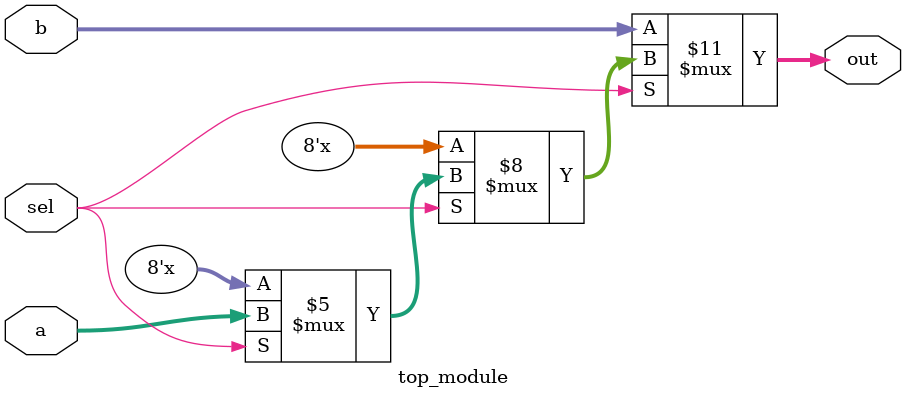
<source format=sv>
module top_module (
	input sel,
	input [7:0] a,
	input [7:0] b,
	output reg [7:0] out
);

always @ (sel, a, b)
begin
	if (sel == 0)
		out = b;
	else if (sel == 1)
		out = a;
end

endmodule

</source>
